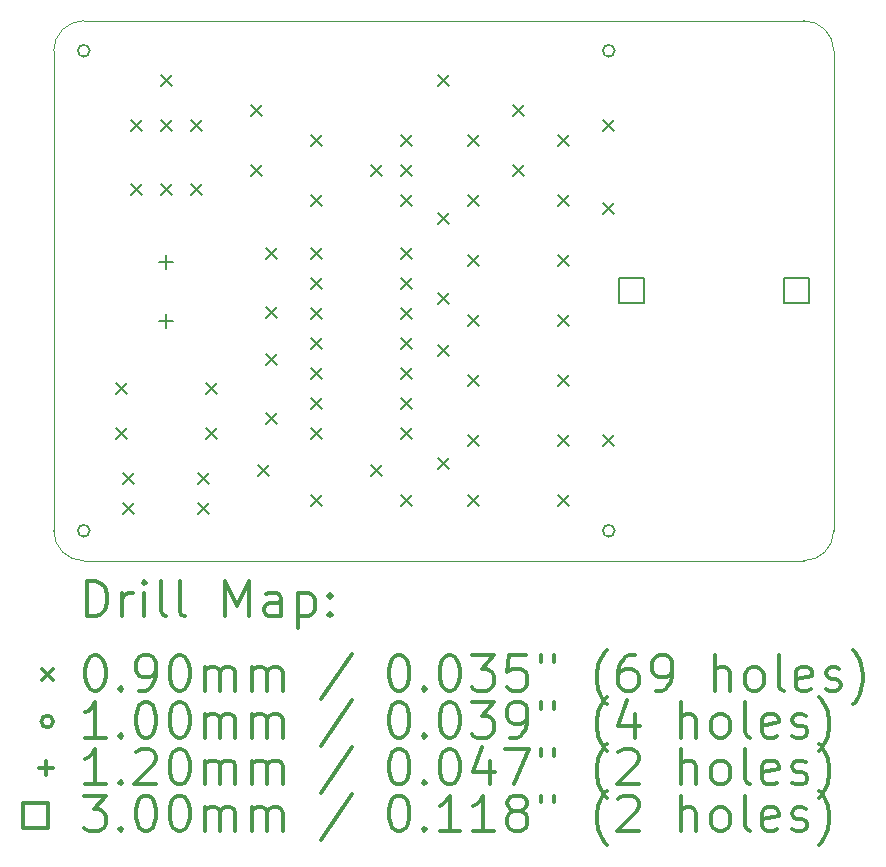
<source format=gbr>
%FSLAX45Y45*%
G04 Gerber Fmt 4.5, Leading zero omitted, Abs format (unit mm)*
G04 Created by KiCad (PCBNEW (5.0.2)-1) date 09-04-2019 20:42:48*
%MOMM*%
%LPD*%
G01*
G04 APERTURE LIST*
%ADD10C,0.100000*%
%ADD11C,0.200000*%
%ADD12C,0.300000*%
G04 APERTURE END LIST*
D10*
X2032000Y-6413500D02*
G75*
G02X1778000Y-6159500I0J254000D01*
G01*
X8382000Y-6159500D02*
G75*
G02X8128000Y-6413500I-254000J0D01*
G01*
X8128000Y-1841500D02*
G75*
G02X8382000Y-2095500I0J-254000D01*
G01*
X1778000Y-2095500D02*
G75*
G02X2032000Y-1841500I254000J0D01*
G01*
X2032000Y-6413500D02*
X8128000Y-6413500D01*
X1778000Y-2095500D02*
X1778000Y-6159500D01*
X8128000Y-1841500D02*
X2032000Y-1841500D01*
X8382000Y-6159500D02*
X8382000Y-2095500D01*
D11*
X2685500Y-2304500D02*
X2775500Y-2394500D01*
X2775500Y-2304500D02*
X2685500Y-2394500D01*
X3447500Y-2558500D02*
X3537500Y-2648500D01*
X3537500Y-2558500D02*
X3447500Y-2648500D01*
X3447500Y-3066500D02*
X3537500Y-3156500D01*
X3537500Y-3066500D02*
X3447500Y-3156500D01*
X3511000Y-5606500D02*
X3601000Y-5696500D01*
X3601000Y-5606500D02*
X3511000Y-5696500D01*
X4463500Y-3066500D02*
X4553500Y-3156500D01*
X4553500Y-3066500D02*
X4463500Y-3156500D01*
X4463500Y-5606500D02*
X4553500Y-5696500D01*
X4553500Y-5606500D02*
X4463500Y-5696500D01*
X4717500Y-3066500D02*
X4807500Y-3156500D01*
X4807500Y-3066500D02*
X4717500Y-3156500D01*
X5035000Y-2304500D02*
X5125000Y-2394500D01*
X5125000Y-2304500D02*
X5035000Y-2394500D01*
X5035000Y-3472900D02*
X5125000Y-3562900D01*
X5125000Y-3472900D02*
X5035000Y-3562900D01*
X5035000Y-4146000D02*
X5125000Y-4236000D01*
X5125000Y-4146000D02*
X5035000Y-4236000D01*
X5035000Y-4590500D02*
X5125000Y-4680500D01*
X5125000Y-4590500D02*
X5035000Y-4680500D01*
X5035000Y-5543000D02*
X5125000Y-5633000D01*
X5125000Y-5543000D02*
X5035000Y-5633000D01*
X5670000Y-2558500D02*
X5760000Y-2648500D01*
X5760000Y-2558500D02*
X5670000Y-2648500D01*
X5670000Y-3066500D02*
X5760000Y-3156500D01*
X5760000Y-3066500D02*
X5670000Y-3156500D01*
X6432000Y-2685500D02*
X6522000Y-2775500D01*
X6522000Y-2685500D02*
X6432000Y-2775500D01*
X6432000Y-3384000D02*
X6522000Y-3474000D01*
X6522000Y-3384000D02*
X6432000Y-3474000D01*
X5289000Y-2812500D02*
X5379000Y-2902500D01*
X5379000Y-2812500D02*
X5289000Y-2902500D01*
X6051000Y-2812500D02*
X6141000Y-2902500D01*
X6141000Y-2812500D02*
X6051000Y-2902500D01*
X3574500Y-3765000D02*
X3664500Y-3855000D01*
X3664500Y-3765000D02*
X3574500Y-3855000D01*
X3574500Y-4265000D02*
X3664500Y-4355000D01*
X3664500Y-4265000D02*
X3574500Y-4355000D01*
X3003000Y-5670000D02*
X3093000Y-5760000D01*
X3093000Y-5670000D02*
X3003000Y-5760000D01*
X3003000Y-5924000D02*
X3093000Y-6014000D01*
X3093000Y-5924000D02*
X3003000Y-6014000D01*
X2304500Y-5289000D02*
X2394500Y-5379000D01*
X2394500Y-5289000D02*
X2304500Y-5379000D01*
X3066500Y-5289000D02*
X3156500Y-5379000D01*
X3156500Y-5289000D02*
X3066500Y-5379000D01*
X5289000Y-4844500D02*
X5379000Y-4934500D01*
X5379000Y-4844500D02*
X5289000Y-4934500D01*
X6051000Y-4844500D02*
X6141000Y-4934500D01*
X6141000Y-4844500D02*
X6051000Y-4934500D01*
X6432000Y-5352500D02*
X6522000Y-5442500D01*
X6522000Y-5352500D02*
X6432000Y-5442500D01*
X3955500Y-2812500D02*
X4045500Y-2902500D01*
X4045500Y-2812500D02*
X3955500Y-2902500D01*
X4717500Y-2812500D02*
X4807500Y-2902500D01*
X4807500Y-2812500D02*
X4717500Y-2902500D01*
X5289000Y-5352500D02*
X5379000Y-5442500D01*
X5379000Y-5352500D02*
X5289000Y-5442500D01*
X6051000Y-5352500D02*
X6141000Y-5442500D01*
X6141000Y-5352500D02*
X6051000Y-5442500D01*
X5289000Y-3828500D02*
X5379000Y-3918500D01*
X5379000Y-3828500D02*
X5289000Y-3918500D01*
X6051000Y-3828500D02*
X6141000Y-3918500D01*
X6141000Y-3828500D02*
X6051000Y-3918500D01*
X3574500Y-4662000D02*
X3664500Y-4752000D01*
X3664500Y-4662000D02*
X3574500Y-4752000D01*
X3574500Y-5162000D02*
X3664500Y-5252000D01*
X3664500Y-5162000D02*
X3574500Y-5252000D01*
X2304500Y-4908000D02*
X2394500Y-4998000D01*
X2394500Y-4908000D02*
X2304500Y-4998000D01*
X3066500Y-4908000D02*
X3156500Y-4998000D01*
X3156500Y-4908000D02*
X3066500Y-4998000D01*
X5289000Y-3320500D02*
X5379000Y-3410500D01*
X5379000Y-3320500D02*
X5289000Y-3410500D01*
X6051000Y-3320500D02*
X6141000Y-3410500D01*
X6141000Y-3320500D02*
X6051000Y-3410500D01*
X5289000Y-4336500D02*
X5379000Y-4426500D01*
X5379000Y-4336500D02*
X5289000Y-4426500D01*
X6051000Y-4336500D02*
X6141000Y-4426500D01*
X6141000Y-4336500D02*
X6051000Y-4426500D01*
X2431500Y-2685500D02*
X2521500Y-2775500D01*
X2521500Y-2685500D02*
X2431500Y-2775500D01*
X2431500Y-3223980D02*
X2521500Y-3313980D01*
X2521500Y-3223980D02*
X2431500Y-3313980D01*
X2685500Y-2685500D02*
X2775500Y-2775500D01*
X2775500Y-2685500D02*
X2685500Y-2775500D01*
X2685500Y-3223980D02*
X2775500Y-3313980D01*
X2775500Y-3223980D02*
X2685500Y-3313980D01*
X2939500Y-2685500D02*
X3029500Y-2775500D01*
X3029500Y-2685500D02*
X2939500Y-2775500D01*
X2939500Y-3223980D02*
X3029500Y-3313980D01*
X3029500Y-3223980D02*
X2939500Y-3313980D01*
X2368000Y-5670000D02*
X2458000Y-5760000D01*
X2458000Y-5670000D02*
X2368000Y-5760000D01*
X2368000Y-5924000D02*
X2458000Y-6014000D01*
X2458000Y-5924000D02*
X2368000Y-6014000D01*
X5289000Y-5860500D02*
X5379000Y-5950500D01*
X5379000Y-5860500D02*
X5289000Y-5950500D01*
X6051000Y-5860500D02*
X6141000Y-5950500D01*
X6141000Y-5860500D02*
X6051000Y-5950500D01*
X3955500Y-3320500D02*
X4045500Y-3410500D01*
X4045500Y-3320500D02*
X3955500Y-3410500D01*
X4717500Y-3320500D02*
X4807500Y-3410500D01*
X4807500Y-3320500D02*
X4717500Y-3410500D01*
X3955500Y-3765000D02*
X4045500Y-3855000D01*
X4045500Y-3765000D02*
X3955500Y-3855000D01*
X3955500Y-4019000D02*
X4045500Y-4109000D01*
X4045500Y-4019000D02*
X3955500Y-4109000D01*
X3955500Y-4273000D02*
X4045500Y-4363000D01*
X4045500Y-4273000D02*
X3955500Y-4363000D01*
X3955500Y-4527000D02*
X4045500Y-4617000D01*
X4045500Y-4527000D02*
X3955500Y-4617000D01*
X3955500Y-4781000D02*
X4045500Y-4871000D01*
X4045500Y-4781000D02*
X3955500Y-4871000D01*
X3955500Y-5035000D02*
X4045500Y-5125000D01*
X4045500Y-5035000D02*
X3955500Y-5125000D01*
X3955500Y-5289000D02*
X4045500Y-5379000D01*
X4045500Y-5289000D02*
X3955500Y-5379000D01*
X4717500Y-3765000D02*
X4807500Y-3855000D01*
X4807500Y-3765000D02*
X4717500Y-3855000D01*
X4717500Y-4019000D02*
X4807500Y-4109000D01*
X4807500Y-4019000D02*
X4717500Y-4109000D01*
X4717500Y-4273000D02*
X4807500Y-4363000D01*
X4807500Y-4273000D02*
X4717500Y-4363000D01*
X4717500Y-4527000D02*
X4807500Y-4617000D01*
X4807500Y-4527000D02*
X4717500Y-4617000D01*
X4717500Y-4781000D02*
X4807500Y-4871000D01*
X4807500Y-4781000D02*
X4717500Y-4871000D01*
X4717500Y-5035000D02*
X4807500Y-5125000D01*
X4807500Y-5035000D02*
X4717500Y-5125000D01*
X4717500Y-5289000D02*
X4807500Y-5379000D01*
X4807500Y-5289000D02*
X4717500Y-5379000D01*
X3955500Y-5860500D02*
X4045500Y-5950500D01*
X4045500Y-5860500D02*
X3955500Y-5950500D01*
X4717500Y-5860500D02*
X4807500Y-5950500D01*
X4807500Y-5860500D02*
X4717500Y-5950500D01*
X2082000Y-2095500D02*
G75*
G03X2082000Y-2095500I-50000J0D01*
G01*
X2082000Y-6159500D02*
G75*
G03X2082000Y-6159500I-50000J0D01*
G01*
X6527000Y-6159500D02*
G75*
G03X6527000Y-6159500I-50000J0D01*
G01*
X6527000Y-2095500D02*
G75*
G03X6527000Y-2095500I-50000J0D01*
G01*
X2730500Y-3821500D02*
X2730500Y-3941500D01*
X2670500Y-3881500D02*
X2790500Y-3881500D01*
X2730500Y-4321500D02*
X2730500Y-4441500D01*
X2670500Y-4381500D02*
X2790500Y-4381500D01*
X6773567Y-4233567D02*
X6773567Y-4021433D01*
X6561433Y-4021433D01*
X6561433Y-4233567D01*
X6773567Y-4233567D01*
X8170567Y-4233567D02*
X8170567Y-4021433D01*
X7958433Y-4021433D01*
X7958433Y-4233567D01*
X8170567Y-4233567D01*
D12*
X2059428Y-6884214D02*
X2059428Y-6584214D01*
X2130857Y-6584214D01*
X2173714Y-6598500D01*
X2202286Y-6627071D01*
X2216571Y-6655643D01*
X2230857Y-6712786D01*
X2230857Y-6755643D01*
X2216571Y-6812786D01*
X2202286Y-6841357D01*
X2173714Y-6869929D01*
X2130857Y-6884214D01*
X2059428Y-6884214D01*
X2359428Y-6884214D02*
X2359428Y-6684214D01*
X2359428Y-6741357D02*
X2373714Y-6712786D01*
X2388000Y-6698500D01*
X2416571Y-6684214D01*
X2445143Y-6684214D01*
X2545143Y-6884214D02*
X2545143Y-6684214D01*
X2545143Y-6584214D02*
X2530857Y-6598500D01*
X2545143Y-6612786D01*
X2559428Y-6598500D01*
X2545143Y-6584214D01*
X2545143Y-6612786D01*
X2730857Y-6884214D02*
X2702286Y-6869929D01*
X2688000Y-6841357D01*
X2688000Y-6584214D01*
X2888000Y-6884214D02*
X2859428Y-6869929D01*
X2845143Y-6841357D01*
X2845143Y-6584214D01*
X3230857Y-6884214D02*
X3230857Y-6584214D01*
X3330857Y-6798500D01*
X3430857Y-6584214D01*
X3430857Y-6884214D01*
X3702286Y-6884214D02*
X3702286Y-6727071D01*
X3688000Y-6698500D01*
X3659428Y-6684214D01*
X3602286Y-6684214D01*
X3573714Y-6698500D01*
X3702286Y-6869929D02*
X3673714Y-6884214D01*
X3602286Y-6884214D01*
X3573714Y-6869929D01*
X3559428Y-6841357D01*
X3559428Y-6812786D01*
X3573714Y-6784214D01*
X3602286Y-6769929D01*
X3673714Y-6769929D01*
X3702286Y-6755643D01*
X3845143Y-6684214D02*
X3845143Y-6984214D01*
X3845143Y-6698500D02*
X3873714Y-6684214D01*
X3930857Y-6684214D01*
X3959428Y-6698500D01*
X3973714Y-6712786D01*
X3988000Y-6741357D01*
X3988000Y-6827071D01*
X3973714Y-6855643D01*
X3959428Y-6869929D01*
X3930857Y-6884214D01*
X3873714Y-6884214D01*
X3845143Y-6869929D01*
X4116571Y-6855643D02*
X4130857Y-6869929D01*
X4116571Y-6884214D01*
X4102286Y-6869929D01*
X4116571Y-6855643D01*
X4116571Y-6884214D01*
X4116571Y-6698500D02*
X4130857Y-6712786D01*
X4116571Y-6727071D01*
X4102286Y-6712786D01*
X4116571Y-6698500D01*
X4116571Y-6727071D01*
X1683000Y-7333500D02*
X1773000Y-7423500D01*
X1773000Y-7333500D02*
X1683000Y-7423500D01*
X2116571Y-7214214D02*
X2145143Y-7214214D01*
X2173714Y-7228500D01*
X2188000Y-7242786D01*
X2202286Y-7271357D01*
X2216571Y-7328500D01*
X2216571Y-7399929D01*
X2202286Y-7457071D01*
X2188000Y-7485643D01*
X2173714Y-7499929D01*
X2145143Y-7514214D01*
X2116571Y-7514214D01*
X2088000Y-7499929D01*
X2073714Y-7485643D01*
X2059428Y-7457071D01*
X2045143Y-7399929D01*
X2045143Y-7328500D01*
X2059428Y-7271357D01*
X2073714Y-7242786D01*
X2088000Y-7228500D01*
X2116571Y-7214214D01*
X2345143Y-7485643D02*
X2359428Y-7499929D01*
X2345143Y-7514214D01*
X2330857Y-7499929D01*
X2345143Y-7485643D01*
X2345143Y-7514214D01*
X2502286Y-7514214D02*
X2559428Y-7514214D01*
X2588000Y-7499929D01*
X2602286Y-7485643D01*
X2630857Y-7442786D01*
X2645143Y-7385643D01*
X2645143Y-7271357D01*
X2630857Y-7242786D01*
X2616571Y-7228500D01*
X2588000Y-7214214D01*
X2530857Y-7214214D01*
X2502286Y-7228500D01*
X2488000Y-7242786D01*
X2473714Y-7271357D01*
X2473714Y-7342786D01*
X2488000Y-7371357D01*
X2502286Y-7385643D01*
X2530857Y-7399929D01*
X2588000Y-7399929D01*
X2616571Y-7385643D01*
X2630857Y-7371357D01*
X2645143Y-7342786D01*
X2830857Y-7214214D02*
X2859428Y-7214214D01*
X2888000Y-7228500D01*
X2902286Y-7242786D01*
X2916571Y-7271357D01*
X2930857Y-7328500D01*
X2930857Y-7399929D01*
X2916571Y-7457071D01*
X2902286Y-7485643D01*
X2888000Y-7499929D01*
X2859428Y-7514214D01*
X2830857Y-7514214D01*
X2802286Y-7499929D01*
X2788000Y-7485643D01*
X2773714Y-7457071D01*
X2759428Y-7399929D01*
X2759428Y-7328500D01*
X2773714Y-7271357D01*
X2788000Y-7242786D01*
X2802286Y-7228500D01*
X2830857Y-7214214D01*
X3059428Y-7514214D02*
X3059428Y-7314214D01*
X3059428Y-7342786D02*
X3073714Y-7328500D01*
X3102286Y-7314214D01*
X3145143Y-7314214D01*
X3173714Y-7328500D01*
X3188000Y-7357071D01*
X3188000Y-7514214D01*
X3188000Y-7357071D02*
X3202286Y-7328500D01*
X3230857Y-7314214D01*
X3273714Y-7314214D01*
X3302286Y-7328500D01*
X3316571Y-7357071D01*
X3316571Y-7514214D01*
X3459428Y-7514214D02*
X3459428Y-7314214D01*
X3459428Y-7342786D02*
X3473714Y-7328500D01*
X3502286Y-7314214D01*
X3545143Y-7314214D01*
X3573714Y-7328500D01*
X3588000Y-7357071D01*
X3588000Y-7514214D01*
X3588000Y-7357071D02*
X3602286Y-7328500D01*
X3630857Y-7314214D01*
X3673714Y-7314214D01*
X3702286Y-7328500D01*
X3716571Y-7357071D01*
X3716571Y-7514214D01*
X4302286Y-7199929D02*
X4045143Y-7585643D01*
X4688000Y-7214214D02*
X4716571Y-7214214D01*
X4745143Y-7228500D01*
X4759428Y-7242786D01*
X4773714Y-7271357D01*
X4788000Y-7328500D01*
X4788000Y-7399929D01*
X4773714Y-7457071D01*
X4759428Y-7485643D01*
X4745143Y-7499929D01*
X4716571Y-7514214D01*
X4688000Y-7514214D01*
X4659428Y-7499929D01*
X4645143Y-7485643D01*
X4630857Y-7457071D01*
X4616571Y-7399929D01*
X4616571Y-7328500D01*
X4630857Y-7271357D01*
X4645143Y-7242786D01*
X4659428Y-7228500D01*
X4688000Y-7214214D01*
X4916571Y-7485643D02*
X4930857Y-7499929D01*
X4916571Y-7514214D01*
X4902286Y-7499929D01*
X4916571Y-7485643D01*
X4916571Y-7514214D01*
X5116571Y-7214214D02*
X5145143Y-7214214D01*
X5173714Y-7228500D01*
X5188000Y-7242786D01*
X5202286Y-7271357D01*
X5216571Y-7328500D01*
X5216571Y-7399929D01*
X5202286Y-7457071D01*
X5188000Y-7485643D01*
X5173714Y-7499929D01*
X5145143Y-7514214D01*
X5116571Y-7514214D01*
X5088000Y-7499929D01*
X5073714Y-7485643D01*
X5059428Y-7457071D01*
X5045143Y-7399929D01*
X5045143Y-7328500D01*
X5059428Y-7271357D01*
X5073714Y-7242786D01*
X5088000Y-7228500D01*
X5116571Y-7214214D01*
X5316571Y-7214214D02*
X5502286Y-7214214D01*
X5402286Y-7328500D01*
X5445143Y-7328500D01*
X5473714Y-7342786D01*
X5488000Y-7357071D01*
X5502286Y-7385643D01*
X5502286Y-7457071D01*
X5488000Y-7485643D01*
X5473714Y-7499929D01*
X5445143Y-7514214D01*
X5359428Y-7514214D01*
X5330857Y-7499929D01*
X5316571Y-7485643D01*
X5773714Y-7214214D02*
X5630857Y-7214214D01*
X5616571Y-7357071D01*
X5630857Y-7342786D01*
X5659428Y-7328500D01*
X5730857Y-7328500D01*
X5759428Y-7342786D01*
X5773714Y-7357071D01*
X5788000Y-7385643D01*
X5788000Y-7457071D01*
X5773714Y-7485643D01*
X5759428Y-7499929D01*
X5730857Y-7514214D01*
X5659428Y-7514214D01*
X5630857Y-7499929D01*
X5616571Y-7485643D01*
X5902286Y-7214214D02*
X5902286Y-7271357D01*
X6016571Y-7214214D02*
X6016571Y-7271357D01*
X6459428Y-7628500D02*
X6445143Y-7614214D01*
X6416571Y-7571357D01*
X6402286Y-7542786D01*
X6388000Y-7499929D01*
X6373714Y-7428500D01*
X6373714Y-7371357D01*
X6388000Y-7299929D01*
X6402286Y-7257071D01*
X6416571Y-7228500D01*
X6445143Y-7185643D01*
X6459428Y-7171357D01*
X6702286Y-7214214D02*
X6645143Y-7214214D01*
X6616571Y-7228500D01*
X6602286Y-7242786D01*
X6573714Y-7285643D01*
X6559428Y-7342786D01*
X6559428Y-7457071D01*
X6573714Y-7485643D01*
X6588000Y-7499929D01*
X6616571Y-7514214D01*
X6673714Y-7514214D01*
X6702286Y-7499929D01*
X6716571Y-7485643D01*
X6730857Y-7457071D01*
X6730857Y-7385643D01*
X6716571Y-7357071D01*
X6702286Y-7342786D01*
X6673714Y-7328500D01*
X6616571Y-7328500D01*
X6588000Y-7342786D01*
X6573714Y-7357071D01*
X6559428Y-7385643D01*
X6873714Y-7514214D02*
X6930857Y-7514214D01*
X6959428Y-7499929D01*
X6973714Y-7485643D01*
X7002286Y-7442786D01*
X7016571Y-7385643D01*
X7016571Y-7271357D01*
X7002286Y-7242786D01*
X6988000Y-7228500D01*
X6959428Y-7214214D01*
X6902286Y-7214214D01*
X6873714Y-7228500D01*
X6859428Y-7242786D01*
X6845143Y-7271357D01*
X6845143Y-7342786D01*
X6859428Y-7371357D01*
X6873714Y-7385643D01*
X6902286Y-7399929D01*
X6959428Y-7399929D01*
X6988000Y-7385643D01*
X7002286Y-7371357D01*
X7016571Y-7342786D01*
X7373714Y-7514214D02*
X7373714Y-7214214D01*
X7502286Y-7514214D02*
X7502286Y-7357071D01*
X7488000Y-7328500D01*
X7459428Y-7314214D01*
X7416571Y-7314214D01*
X7388000Y-7328500D01*
X7373714Y-7342786D01*
X7688000Y-7514214D02*
X7659428Y-7499929D01*
X7645143Y-7485643D01*
X7630857Y-7457071D01*
X7630857Y-7371357D01*
X7645143Y-7342786D01*
X7659428Y-7328500D01*
X7688000Y-7314214D01*
X7730857Y-7314214D01*
X7759428Y-7328500D01*
X7773714Y-7342786D01*
X7788000Y-7371357D01*
X7788000Y-7457071D01*
X7773714Y-7485643D01*
X7759428Y-7499929D01*
X7730857Y-7514214D01*
X7688000Y-7514214D01*
X7959428Y-7514214D02*
X7930857Y-7499929D01*
X7916571Y-7471357D01*
X7916571Y-7214214D01*
X8188000Y-7499929D02*
X8159428Y-7514214D01*
X8102286Y-7514214D01*
X8073714Y-7499929D01*
X8059428Y-7471357D01*
X8059428Y-7357071D01*
X8073714Y-7328500D01*
X8102286Y-7314214D01*
X8159428Y-7314214D01*
X8188000Y-7328500D01*
X8202286Y-7357071D01*
X8202286Y-7385643D01*
X8059428Y-7414214D01*
X8316571Y-7499929D02*
X8345143Y-7514214D01*
X8402286Y-7514214D01*
X8430857Y-7499929D01*
X8445143Y-7471357D01*
X8445143Y-7457071D01*
X8430857Y-7428500D01*
X8402286Y-7414214D01*
X8359428Y-7414214D01*
X8330857Y-7399929D01*
X8316571Y-7371357D01*
X8316571Y-7357071D01*
X8330857Y-7328500D01*
X8359428Y-7314214D01*
X8402286Y-7314214D01*
X8430857Y-7328500D01*
X8545143Y-7628500D02*
X8559428Y-7614214D01*
X8588000Y-7571357D01*
X8602286Y-7542786D01*
X8616571Y-7499929D01*
X8630857Y-7428500D01*
X8630857Y-7371357D01*
X8616571Y-7299929D01*
X8602286Y-7257071D01*
X8588000Y-7228500D01*
X8559428Y-7185643D01*
X8545143Y-7171357D01*
X1773000Y-7774500D02*
G75*
G03X1773000Y-7774500I-50000J0D01*
G01*
X2216571Y-7910214D02*
X2045143Y-7910214D01*
X2130857Y-7910214D02*
X2130857Y-7610214D01*
X2102286Y-7653071D01*
X2073714Y-7681643D01*
X2045143Y-7695929D01*
X2345143Y-7881643D02*
X2359428Y-7895929D01*
X2345143Y-7910214D01*
X2330857Y-7895929D01*
X2345143Y-7881643D01*
X2345143Y-7910214D01*
X2545143Y-7610214D02*
X2573714Y-7610214D01*
X2602286Y-7624500D01*
X2616571Y-7638786D01*
X2630857Y-7667357D01*
X2645143Y-7724500D01*
X2645143Y-7795929D01*
X2630857Y-7853071D01*
X2616571Y-7881643D01*
X2602286Y-7895929D01*
X2573714Y-7910214D01*
X2545143Y-7910214D01*
X2516571Y-7895929D01*
X2502286Y-7881643D01*
X2488000Y-7853071D01*
X2473714Y-7795929D01*
X2473714Y-7724500D01*
X2488000Y-7667357D01*
X2502286Y-7638786D01*
X2516571Y-7624500D01*
X2545143Y-7610214D01*
X2830857Y-7610214D02*
X2859428Y-7610214D01*
X2888000Y-7624500D01*
X2902286Y-7638786D01*
X2916571Y-7667357D01*
X2930857Y-7724500D01*
X2930857Y-7795929D01*
X2916571Y-7853071D01*
X2902286Y-7881643D01*
X2888000Y-7895929D01*
X2859428Y-7910214D01*
X2830857Y-7910214D01*
X2802286Y-7895929D01*
X2788000Y-7881643D01*
X2773714Y-7853071D01*
X2759428Y-7795929D01*
X2759428Y-7724500D01*
X2773714Y-7667357D01*
X2788000Y-7638786D01*
X2802286Y-7624500D01*
X2830857Y-7610214D01*
X3059428Y-7910214D02*
X3059428Y-7710214D01*
X3059428Y-7738786D02*
X3073714Y-7724500D01*
X3102286Y-7710214D01*
X3145143Y-7710214D01*
X3173714Y-7724500D01*
X3188000Y-7753071D01*
X3188000Y-7910214D01*
X3188000Y-7753071D02*
X3202286Y-7724500D01*
X3230857Y-7710214D01*
X3273714Y-7710214D01*
X3302286Y-7724500D01*
X3316571Y-7753071D01*
X3316571Y-7910214D01*
X3459428Y-7910214D02*
X3459428Y-7710214D01*
X3459428Y-7738786D02*
X3473714Y-7724500D01*
X3502286Y-7710214D01*
X3545143Y-7710214D01*
X3573714Y-7724500D01*
X3588000Y-7753071D01*
X3588000Y-7910214D01*
X3588000Y-7753071D02*
X3602286Y-7724500D01*
X3630857Y-7710214D01*
X3673714Y-7710214D01*
X3702286Y-7724500D01*
X3716571Y-7753071D01*
X3716571Y-7910214D01*
X4302286Y-7595929D02*
X4045143Y-7981643D01*
X4688000Y-7610214D02*
X4716571Y-7610214D01*
X4745143Y-7624500D01*
X4759428Y-7638786D01*
X4773714Y-7667357D01*
X4788000Y-7724500D01*
X4788000Y-7795929D01*
X4773714Y-7853071D01*
X4759428Y-7881643D01*
X4745143Y-7895929D01*
X4716571Y-7910214D01*
X4688000Y-7910214D01*
X4659428Y-7895929D01*
X4645143Y-7881643D01*
X4630857Y-7853071D01*
X4616571Y-7795929D01*
X4616571Y-7724500D01*
X4630857Y-7667357D01*
X4645143Y-7638786D01*
X4659428Y-7624500D01*
X4688000Y-7610214D01*
X4916571Y-7881643D02*
X4930857Y-7895929D01*
X4916571Y-7910214D01*
X4902286Y-7895929D01*
X4916571Y-7881643D01*
X4916571Y-7910214D01*
X5116571Y-7610214D02*
X5145143Y-7610214D01*
X5173714Y-7624500D01*
X5188000Y-7638786D01*
X5202286Y-7667357D01*
X5216571Y-7724500D01*
X5216571Y-7795929D01*
X5202286Y-7853071D01*
X5188000Y-7881643D01*
X5173714Y-7895929D01*
X5145143Y-7910214D01*
X5116571Y-7910214D01*
X5088000Y-7895929D01*
X5073714Y-7881643D01*
X5059428Y-7853071D01*
X5045143Y-7795929D01*
X5045143Y-7724500D01*
X5059428Y-7667357D01*
X5073714Y-7638786D01*
X5088000Y-7624500D01*
X5116571Y-7610214D01*
X5316571Y-7610214D02*
X5502286Y-7610214D01*
X5402286Y-7724500D01*
X5445143Y-7724500D01*
X5473714Y-7738786D01*
X5488000Y-7753071D01*
X5502286Y-7781643D01*
X5502286Y-7853071D01*
X5488000Y-7881643D01*
X5473714Y-7895929D01*
X5445143Y-7910214D01*
X5359428Y-7910214D01*
X5330857Y-7895929D01*
X5316571Y-7881643D01*
X5645143Y-7910214D02*
X5702286Y-7910214D01*
X5730857Y-7895929D01*
X5745143Y-7881643D01*
X5773714Y-7838786D01*
X5788000Y-7781643D01*
X5788000Y-7667357D01*
X5773714Y-7638786D01*
X5759428Y-7624500D01*
X5730857Y-7610214D01*
X5673714Y-7610214D01*
X5645143Y-7624500D01*
X5630857Y-7638786D01*
X5616571Y-7667357D01*
X5616571Y-7738786D01*
X5630857Y-7767357D01*
X5645143Y-7781643D01*
X5673714Y-7795929D01*
X5730857Y-7795929D01*
X5759428Y-7781643D01*
X5773714Y-7767357D01*
X5788000Y-7738786D01*
X5902286Y-7610214D02*
X5902286Y-7667357D01*
X6016571Y-7610214D02*
X6016571Y-7667357D01*
X6459428Y-8024500D02*
X6445143Y-8010214D01*
X6416571Y-7967357D01*
X6402286Y-7938786D01*
X6388000Y-7895929D01*
X6373714Y-7824500D01*
X6373714Y-7767357D01*
X6388000Y-7695929D01*
X6402286Y-7653071D01*
X6416571Y-7624500D01*
X6445143Y-7581643D01*
X6459428Y-7567357D01*
X6702286Y-7710214D02*
X6702286Y-7910214D01*
X6630857Y-7595929D02*
X6559428Y-7810214D01*
X6745143Y-7810214D01*
X7088000Y-7910214D02*
X7088000Y-7610214D01*
X7216571Y-7910214D02*
X7216571Y-7753071D01*
X7202286Y-7724500D01*
X7173714Y-7710214D01*
X7130857Y-7710214D01*
X7102286Y-7724500D01*
X7088000Y-7738786D01*
X7402286Y-7910214D02*
X7373714Y-7895929D01*
X7359428Y-7881643D01*
X7345143Y-7853071D01*
X7345143Y-7767357D01*
X7359428Y-7738786D01*
X7373714Y-7724500D01*
X7402286Y-7710214D01*
X7445143Y-7710214D01*
X7473714Y-7724500D01*
X7488000Y-7738786D01*
X7502286Y-7767357D01*
X7502286Y-7853071D01*
X7488000Y-7881643D01*
X7473714Y-7895929D01*
X7445143Y-7910214D01*
X7402286Y-7910214D01*
X7673714Y-7910214D02*
X7645143Y-7895929D01*
X7630857Y-7867357D01*
X7630857Y-7610214D01*
X7902286Y-7895929D02*
X7873714Y-7910214D01*
X7816571Y-7910214D01*
X7788000Y-7895929D01*
X7773714Y-7867357D01*
X7773714Y-7753071D01*
X7788000Y-7724500D01*
X7816571Y-7710214D01*
X7873714Y-7710214D01*
X7902286Y-7724500D01*
X7916571Y-7753071D01*
X7916571Y-7781643D01*
X7773714Y-7810214D01*
X8030857Y-7895929D02*
X8059428Y-7910214D01*
X8116571Y-7910214D01*
X8145143Y-7895929D01*
X8159428Y-7867357D01*
X8159428Y-7853071D01*
X8145143Y-7824500D01*
X8116571Y-7810214D01*
X8073714Y-7810214D01*
X8045143Y-7795929D01*
X8030857Y-7767357D01*
X8030857Y-7753071D01*
X8045143Y-7724500D01*
X8073714Y-7710214D01*
X8116571Y-7710214D01*
X8145143Y-7724500D01*
X8259428Y-8024500D02*
X8273714Y-8010214D01*
X8302286Y-7967357D01*
X8316571Y-7938786D01*
X8330857Y-7895929D01*
X8345143Y-7824500D01*
X8345143Y-7767357D01*
X8330857Y-7695929D01*
X8316571Y-7653071D01*
X8302286Y-7624500D01*
X8273714Y-7581643D01*
X8259428Y-7567357D01*
X1713000Y-8110500D02*
X1713000Y-8230500D01*
X1653000Y-8170500D02*
X1773000Y-8170500D01*
X2216571Y-8306214D02*
X2045143Y-8306214D01*
X2130857Y-8306214D02*
X2130857Y-8006214D01*
X2102286Y-8049071D01*
X2073714Y-8077643D01*
X2045143Y-8091929D01*
X2345143Y-8277643D02*
X2359428Y-8291929D01*
X2345143Y-8306214D01*
X2330857Y-8291929D01*
X2345143Y-8277643D01*
X2345143Y-8306214D01*
X2473714Y-8034786D02*
X2488000Y-8020500D01*
X2516571Y-8006214D01*
X2588000Y-8006214D01*
X2616571Y-8020500D01*
X2630857Y-8034786D01*
X2645143Y-8063357D01*
X2645143Y-8091929D01*
X2630857Y-8134786D01*
X2459428Y-8306214D01*
X2645143Y-8306214D01*
X2830857Y-8006214D02*
X2859428Y-8006214D01*
X2888000Y-8020500D01*
X2902286Y-8034786D01*
X2916571Y-8063357D01*
X2930857Y-8120500D01*
X2930857Y-8191929D01*
X2916571Y-8249071D01*
X2902286Y-8277643D01*
X2888000Y-8291929D01*
X2859428Y-8306214D01*
X2830857Y-8306214D01*
X2802286Y-8291929D01*
X2788000Y-8277643D01*
X2773714Y-8249071D01*
X2759428Y-8191929D01*
X2759428Y-8120500D01*
X2773714Y-8063357D01*
X2788000Y-8034786D01*
X2802286Y-8020500D01*
X2830857Y-8006214D01*
X3059428Y-8306214D02*
X3059428Y-8106214D01*
X3059428Y-8134786D02*
X3073714Y-8120500D01*
X3102286Y-8106214D01*
X3145143Y-8106214D01*
X3173714Y-8120500D01*
X3188000Y-8149071D01*
X3188000Y-8306214D01*
X3188000Y-8149071D02*
X3202286Y-8120500D01*
X3230857Y-8106214D01*
X3273714Y-8106214D01*
X3302286Y-8120500D01*
X3316571Y-8149071D01*
X3316571Y-8306214D01*
X3459428Y-8306214D02*
X3459428Y-8106214D01*
X3459428Y-8134786D02*
X3473714Y-8120500D01*
X3502286Y-8106214D01*
X3545143Y-8106214D01*
X3573714Y-8120500D01*
X3588000Y-8149071D01*
X3588000Y-8306214D01*
X3588000Y-8149071D02*
X3602286Y-8120500D01*
X3630857Y-8106214D01*
X3673714Y-8106214D01*
X3702286Y-8120500D01*
X3716571Y-8149071D01*
X3716571Y-8306214D01*
X4302286Y-7991929D02*
X4045143Y-8377643D01*
X4688000Y-8006214D02*
X4716571Y-8006214D01*
X4745143Y-8020500D01*
X4759428Y-8034786D01*
X4773714Y-8063357D01*
X4788000Y-8120500D01*
X4788000Y-8191929D01*
X4773714Y-8249071D01*
X4759428Y-8277643D01*
X4745143Y-8291929D01*
X4716571Y-8306214D01*
X4688000Y-8306214D01*
X4659428Y-8291929D01*
X4645143Y-8277643D01*
X4630857Y-8249071D01*
X4616571Y-8191929D01*
X4616571Y-8120500D01*
X4630857Y-8063357D01*
X4645143Y-8034786D01*
X4659428Y-8020500D01*
X4688000Y-8006214D01*
X4916571Y-8277643D02*
X4930857Y-8291929D01*
X4916571Y-8306214D01*
X4902286Y-8291929D01*
X4916571Y-8277643D01*
X4916571Y-8306214D01*
X5116571Y-8006214D02*
X5145143Y-8006214D01*
X5173714Y-8020500D01*
X5188000Y-8034786D01*
X5202286Y-8063357D01*
X5216571Y-8120500D01*
X5216571Y-8191929D01*
X5202286Y-8249071D01*
X5188000Y-8277643D01*
X5173714Y-8291929D01*
X5145143Y-8306214D01*
X5116571Y-8306214D01*
X5088000Y-8291929D01*
X5073714Y-8277643D01*
X5059428Y-8249071D01*
X5045143Y-8191929D01*
X5045143Y-8120500D01*
X5059428Y-8063357D01*
X5073714Y-8034786D01*
X5088000Y-8020500D01*
X5116571Y-8006214D01*
X5473714Y-8106214D02*
X5473714Y-8306214D01*
X5402286Y-7991929D02*
X5330857Y-8206214D01*
X5516571Y-8206214D01*
X5602286Y-8006214D02*
X5802286Y-8006214D01*
X5673714Y-8306214D01*
X5902286Y-8006214D02*
X5902286Y-8063357D01*
X6016571Y-8006214D02*
X6016571Y-8063357D01*
X6459428Y-8420500D02*
X6445143Y-8406214D01*
X6416571Y-8363357D01*
X6402286Y-8334786D01*
X6388000Y-8291929D01*
X6373714Y-8220500D01*
X6373714Y-8163357D01*
X6388000Y-8091929D01*
X6402286Y-8049071D01*
X6416571Y-8020500D01*
X6445143Y-7977643D01*
X6459428Y-7963357D01*
X6559428Y-8034786D02*
X6573714Y-8020500D01*
X6602286Y-8006214D01*
X6673714Y-8006214D01*
X6702286Y-8020500D01*
X6716571Y-8034786D01*
X6730857Y-8063357D01*
X6730857Y-8091929D01*
X6716571Y-8134786D01*
X6545143Y-8306214D01*
X6730857Y-8306214D01*
X7088000Y-8306214D02*
X7088000Y-8006214D01*
X7216571Y-8306214D02*
X7216571Y-8149071D01*
X7202286Y-8120500D01*
X7173714Y-8106214D01*
X7130857Y-8106214D01*
X7102286Y-8120500D01*
X7088000Y-8134786D01*
X7402286Y-8306214D02*
X7373714Y-8291929D01*
X7359428Y-8277643D01*
X7345143Y-8249071D01*
X7345143Y-8163357D01*
X7359428Y-8134786D01*
X7373714Y-8120500D01*
X7402286Y-8106214D01*
X7445143Y-8106214D01*
X7473714Y-8120500D01*
X7488000Y-8134786D01*
X7502286Y-8163357D01*
X7502286Y-8249071D01*
X7488000Y-8277643D01*
X7473714Y-8291929D01*
X7445143Y-8306214D01*
X7402286Y-8306214D01*
X7673714Y-8306214D02*
X7645143Y-8291929D01*
X7630857Y-8263357D01*
X7630857Y-8006214D01*
X7902286Y-8291929D02*
X7873714Y-8306214D01*
X7816571Y-8306214D01*
X7788000Y-8291929D01*
X7773714Y-8263357D01*
X7773714Y-8149071D01*
X7788000Y-8120500D01*
X7816571Y-8106214D01*
X7873714Y-8106214D01*
X7902286Y-8120500D01*
X7916571Y-8149071D01*
X7916571Y-8177643D01*
X7773714Y-8206214D01*
X8030857Y-8291929D02*
X8059428Y-8306214D01*
X8116571Y-8306214D01*
X8145143Y-8291929D01*
X8159428Y-8263357D01*
X8159428Y-8249071D01*
X8145143Y-8220500D01*
X8116571Y-8206214D01*
X8073714Y-8206214D01*
X8045143Y-8191929D01*
X8030857Y-8163357D01*
X8030857Y-8149071D01*
X8045143Y-8120500D01*
X8073714Y-8106214D01*
X8116571Y-8106214D01*
X8145143Y-8120500D01*
X8259428Y-8420500D02*
X8273714Y-8406214D01*
X8302286Y-8363357D01*
X8316571Y-8334786D01*
X8330857Y-8291929D01*
X8345143Y-8220500D01*
X8345143Y-8163357D01*
X8330857Y-8091929D01*
X8316571Y-8049071D01*
X8302286Y-8020500D01*
X8273714Y-7977643D01*
X8259428Y-7963357D01*
X1729067Y-8672567D02*
X1729067Y-8460433D01*
X1516933Y-8460433D01*
X1516933Y-8672567D01*
X1729067Y-8672567D01*
X2030857Y-8402214D02*
X2216571Y-8402214D01*
X2116571Y-8516500D01*
X2159428Y-8516500D01*
X2188000Y-8530786D01*
X2202286Y-8545072D01*
X2216571Y-8573643D01*
X2216571Y-8645072D01*
X2202286Y-8673643D01*
X2188000Y-8687929D01*
X2159428Y-8702214D01*
X2073714Y-8702214D01*
X2045143Y-8687929D01*
X2030857Y-8673643D01*
X2345143Y-8673643D02*
X2359428Y-8687929D01*
X2345143Y-8702214D01*
X2330857Y-8687929D01*
X2345143Y-8673643D01*
X2345143Y-8702214D01*
X2545143Y-8402214D02*
X2573714Y-8402214D01*
X2602286Y-8416500D01*
X2616571Y-8430786D01*
X2630857Y-8459357D01*
X2645143Y-8516500D01*
X2645143Y-8587929D01*
X2630857Y-8645072D01*
X2616571Y-8673643D01*
X2602286Y-8687929D01*
X2573714Y-8702214D01*
X2545143Y-8702214D01*
X2516571Y-8687929D01*
X2502286Y-8673643D01*
X2488000Y-8645072D01*
X2473714Y-8587929D01*
X2473714Y-8516500D01*
X2488000Y-8459357D01*
X2502286Y-8430786D01*
X2516571Y-8416500D01*
X2545143Y-8402214D01*
X2830857Y-8402214D02*
X2859428Y-8402214D01*
X2888000Y-8416500D01*
X2902286Y-8430786D01*
X2916571Y-8459357D01*
X2930857Y-8516500D01*
X2930857Y-8587929D01*
X2916571Y-8645072D01*
X2902286Y-8673643D01*
X2888000Y-8687929D01*
X2859428Y-8702214D01*
X2830857Y-8702214D01*
X2802286Y-8687929D01*
X2788000Y-8673643D01*
X2773714Y-8645072D01*
X2759428Y-8587929D01*
X2759428Y-8516500D01*
X2773714Y-8459357D01*
X2788000Y-8430786D01*
X2802286Y-8416500D01*
X2830857Y-8402214D01*
X3059428Y-8702214D02*
X3059428Y-8502214D01*
X3059428Y-8530786D02*
X3073714Y-8516500D01*
X3102286Y-8502214D01*
X3145143Y-8502214D01*
X3173714Y-8516500D01*
X3188000Y-8545072D01*
X3188000Y-8702214D01*
X3188000Y-8545072D02*
X3202286Y-8516500D01*
X3230857Y-8502214D01*
X3273714Y-8502214D01*
X3302286Y-8516500D01*
X3316571Y-8545072D01*
X3316571Y-8702214D01*
X3459428Y-8702214D02*
X3459428Y-8502214D01*
X3459428Y-8530786D02*
X3473714Y-8516500D01*
X3502286Y-8502214D01*
X3545143Y-8502214D01*
X3573714Y-8516500D01*
X3588000Y-8545072D01*
X3588000Y-8702214D01*
X3588000Y-8545072D02*
X3602286Y-8516500D01*
X3630857Y-8502214D01*
X3673714Y-8502214D01*
X3702286Y-8516500D01*
X3716571Y-8545072D01*
X3716571Y-8702214D01*
X4302286Y-8387929D02*
X4045143Y-8773643D01*
X4688000Y-8402214D02*
X4716571Y-8402214D01*
X4745143Y-8416500D01*
X4759428Y-8430786D01*
X4773714Y-8459357D01*
X4788000Y-8516500D01*
X4788000Y-8587929D01*
X4773714Y-8645072D01*
X4759428Y-8673643D01*
X4745143Y-8687929D01*
X4716571Y-8702214D01*
X4688000Y-8702214D01*
X4659428Y-8687929D01*
X4645143Y-8673643D01*
X4630857Y-8645072D01*
X4616571Y-8587929D01*
X4616571Y-8516500D01*
X4630857Y-8459357D01*
X4645143Y-8430786D01*
X4659428Y-8416500D01*
X4688000Y-8402214D01*
X4916571Y-8673643D02*
X4930857Y-8687929D01*
X4916571Y-8702214D01*
X4902286Y-8687929D01*
X4916571Y-8673643D01*
X4916571Y-8702214D01*
X5216571Y-8702214D02*
X5045143Y-8702214D01*
X5130857Y-8702214D02*
X5130857Y-8402214D01*
X5102286Y-8445072D01*
X5073714Y-8473643D01*
X5045143Y-8487929D01*
X5502286Y-8702214D02*
X5330857Y-8702214D01*
X5416571Y-8702214D02*
X5416571Y-8402214D01*
X5388000Y-8445072D01*
X5359428Y-8473643D01*
X5330857Y-8487929D01*
X5673714Y-8530786D02*
X5645143Y-8516500D01*
X5630857Y-8502214D01*
X5616571Y-8473643D01*
X5616571Y-8459357D01*
X5630857Y-8430786D01*
X5645143Y-8416500D01*
X5673714Y-8402214D01*
X5730857Y-8402214D01*
X5759428Y-8416500D01*
X5773714Y-8430786D01*
X5788000Y-8459357D01*
X5788000Y-8473643D01*
X5773714Y-8502214D01*
X5759428Y-8516500D01*
X5730857Y-8530786D01*
X5673714Y-8530786D01*
X5645143Y-8545072D01*
X5630857Y-8559357D01*
X5616571Y-8587929D01*
X5616571Y-8645072D01*
X5630857Y-8673643D01*
X5645143Y-8687929D01*
X5673714Y-8702214D01*
X5730857Y-8702214D01*
X5759428Y-8687929D01*
X5773714Y-8673643D01*
X5788000Y-8645072D01*
X5788000Y-8587929D01*
X5773714Y-8559357D01*
X5759428Y-8545072D01*
X5730857Y-8530786D01*
X5902286Y-8402214D02*
X5902286Y-8459357D01*
X6016571Y-8402214D02*
X6016571Y-8459357D01*
X6459428Y-8816500D02*
X6445143Y-8802214D01*
X6416571Y-8759357D01*
X6402286Y-8730786D01*
X6388000Y-8687929D01*
X6373714Y-8616500D01*
X6373714Y-8559357D01*
X6388000Y-8487929D01*
X6402286Y-8445072D01*
X6416571Y-8416500D01*
X6445143Y-8373643D01*
X6459428Y-8359357D01*
X6559428Y-8430786D02*
X6573714Y-8416500D01*
X6602286Y-8402214D01*
X6673714Y-8402214D01*
X6702286Y-8416500D01*
X6716571Y-8430786D01*
X6730857Y-8459357D01*
X6730857Y-8487929D01*
X6716571Y-8530786D01*
X6545143Y-8702214D01*
X6730857Y-8702214D01*
X7088000Y-8702214D02*
X7088000Y-8402214D01*
X7216571Y-8702214D02*
X7216571Y-8545072D01*
X7202286Y-8516500D01*
X7173714Y-8502214D01*
X7130857Y-8502214D01*
X7102286Y-8516500D01*
X7088000Y-8530786D01*
X7402286Y-8702214D02*
X7373714Y-8687929D01*
X7359428Y-8673643D01*
X7345143Y-8645072D01*
X7345143Y-8559357D01*
X7359428Y-8530786D01*
X7373714Y-8516500D01*
X7402286Y-8502214D01*
X7445143Y-8502214D01*
X7473714Y-8516500D01*
X7488000Y-8530786D01*
X7502286Y-8559357D01*
X7502286Y-8645072D01*
X7488000Y-8673643D01*
X7473714Y-8687929D01*
X7445143Y-8702214D01*
X7402286Y-8702214D01*
X7673714Y-8702214D02*
X7645143Y-8687929D01*
X7630857Y-8659357D01*
X7630857Y-8402214D01*
X7902286Y-8687929D02*
X7873714Y-8702214D01*
X7816571Y-8702214D01*
X7788000Y-8687929D01*
X7773714Y-8659357D01*
X7773714Y-8545072D01*
X7788000Y-8516500D01*
X7816571Y-8502214D01*
X7873714Y-8502214D01*
X7902286Y-8516500D01*
X7916571Y-8545072D01*
X7916571Y-8573643D01*
X7773714Y-8602214D01*
X8030857Y-8687929D02*
X8059428Y-8702214D01*
X8116571Y-8702214D01*
X8145143Y-8687929D01*
X8159428Y-8659357D01*
X8159428Y-8645072D01*
X8145143Y-8616500D01*
X8116571Y-8602214D01*
X8073714Y-8602214D01*
X8045143Y-8587929D01*
X8030857Y-8559357D01*
X8030857Y-8545072D01*
X8045143Y-8516500D01*
X8073714Y-8502214D01*
X8116571Y-8502214D01*
X8145143Y-8516500D01*
X8259428Y-8816500D02*
X8273714Y-8802214D01*
X8302286Y-8759357D01*
X8316571Y-8730786D01*
X8330857Y-8687929D01*
X8345143Y-8616500D01*
X8345143Y-8559357D01*
X8330857Y-8487929D01*
X8316571Y-8445072D01*
X8302286Y-8416500D01*
X8273714Y-8373643D01*
X8259428Y-8359357D01*
M02*

</source>
